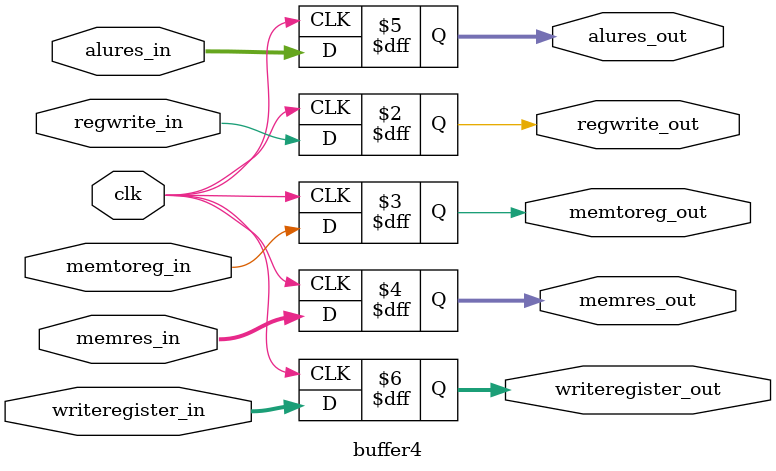
<source format=v>
module buffer4(
	input clk,
	input regwrite_in,
	input memtoreg_in,
	input [31:0]memres_in,
	input [31:0]alures_in,
	input [4:0]writeregister_in,
	
	output reg regwrite_out,
	output reg memtoreg_out,
	output reg [31:0]memres_out,
	output reg [31:0]alures_out,
	output reg [4:0]writeregister_out
);

always @(posedge clk)
	begin
		regwrite_out = regwrite_in;
		memtoreg_out = memtoreg_in;
		memres_out = memres_in;
		alures_out = alures_in;
		writeregister_out = writeregister_in;
	end 
	
endmodule
</source>
